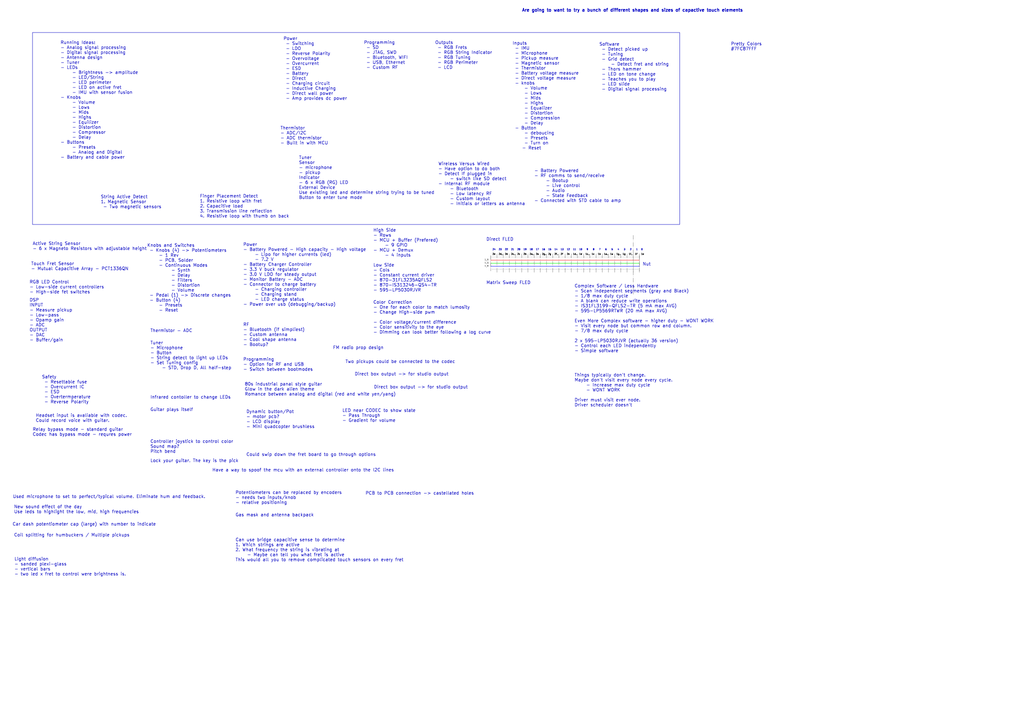
<source format=kicad_sch>
(kicad_sch (version 20230121) (generator eeschema)
  (paper "A3")
  (title_block (date "2023-08-07") (rev "1") (company "Beep Boop"))
  (lib_symbols)
  (polyline (pts (xy 201.295 107.95) (xy 262.255 107.95)) (stroke (width 0) (color 0 255 0 1)))
  (polyline (pts (xy 262.255 104.775) (xy 262.255 111.125)) (stroke (width 0) (type dash_dot) (color 132 132 132 1)))
  (polyline (pts (xy 208.915 104.14) (xy 208.915 111.76)) (stroke (width 0) (type dash_dot) (color 132 132 132 1)))
  (polyline (pts (xy 213.995 104.14) (xy 213.995 111.76)) (stroke (width 0) (type dash_dot) (color 132 132 132 1)))
  (polyline (pts (xy 201.295 110.49) (xy 262.255 110.49)) (stroke (width 0) (type dot) (color 0 0 0 1)))
  (polyline (pts (xy 206.375 104.14) (xy 206.375 111.76)) (stroke (width 0) (type dash_dot) (color 132 132 132 1)))
  (polyline (pts (xy 257.175 104.14) (xy 257.175 111.76)) (stroke (width 0) (type dash_dot) (color 132 132 132 1)))
  (polyline (pts (xy 247.015 104.14) (xy 247.015 111.76)) (stroke (width 0) (type dash_dot) (color 132 132 132 1)))
  (polyline (pts (xy 244.475 104.14) (xy 244.475 111.76)) (stroke (width 0) (type dash_dot) (color 132 132 132 1)))
  (polyline (pts (xy 219.075 104.14) (xy 219.075 111.76)) (stroke (width 0) (type dash_dot) (color 132 132 132 1)))
  (polyline (pts (xy 221.615 104.14) (xy 221.615 111.76)) (stroke (width 0) (type dash_dot) (color 132 132 132 1)))
  (polyline (pts (xy 249.555 104.14) (xy 249.555 111.76)) (stroke (width 0) (type dash_dot) (color 132 132 132 1)))
  (polyline (pts (xy 241.935 104.14) (xy 241.935 111.76)) (stroke (width 0) (type dash_dot) (color 132 132 132 1)))
  (polyline (pts (xy 254.635 104.14) (xy 254.635 111.76)) (stroke (width 0) (type dash_dot) (color 132 132 132 1)))
  (polyline (pts (xy 201.295 105.41) (xy 201.295 110.49)) (stroke (width 0) (type dot) (color 0 0 0 1)))
  (polyline (pts (xy 226.695 104.14) (xy 226.695 111.76)) (stroke (width 0) (type dash_dot) (color 132 132 132 1)))
  (polyline (pts (xy 262.255 105.41) (xy 262.255 110.49)) (stroke (width 0) (type dot) (color 0 0 0 1)))
  (polyline (pts (xy 262.255 104.14) (xy 262.255 111.76)) (stroke (width 0) (type dash_dot) (color 132 132 132 1)))
  (polyline (pts (xy 236.855 104.14) (xy 236.855 111.76)) (stroke (width 0) (type dash_dot) (color 132 132 132 1)))
  (polyline (pts (xy 201.295 105.41) (xy 262.255 105.41)) (stroke (width 0) (type dot) (color 0 0 0 1)))
  (polyline (pts (xy 216.535 104.14) (xy 216.535 111.76)) (stroke (width 0) (type dash_dot) (color 132 132 132 1)))
  (polyline (pts (xy 239.395 104.14) (xy 239.395 111.76)) (stroke (width 0) (type dash_dot) (color 132 132 132 1)))
  (polyline (pts (xy 201.295 106.68) (xy 262.255 106.68)) (stroke (width 0) (color 255 0 0 1)))
  (polyline (pts (xy 211.455 104.14) (xy 211.455 111.76)) (stroke (width 0) (type dash_dot) (color 132 132 132 1)))
  (polyline (pts (xy 252.095 104.14) (xy 252.095 111.76)) (stroke (width 0) (type dash_dot) (color 132 132 132 1)))
  (polyline (pts (xy 229.235 104.14) (xy 229.235 111.76)) (stroke (width 0) (type dash_dot) (color 132 132 132 1)))
  (polyline (pts (xy 224.155 104.14) (xy 224.155 111.76)) (stroke (width 0) (type dash_dot) (color 132 132 132 1)))
  (polyline (pts (xy 201.295 109.22) (xy 262.255 109.22)) (stroke (width 0) (color 0 0 255 1)))
  (polyline (pts (xy 234.315 104.14) (xy 234.315 111.76)) (stroke (width 0) (type dash_dot) (color 132 132 132 1)))
  (polyline (pts (xy 259.715 96.52) (xy 259.715 120.65)) (stroke (width 0) (type dash_dot) (color 132 132 132 1)))
  (polyline (pts (xy 231.775 104.14) (xy 231.775 111.76)) (stroke (width 0) (type dash_dot) (color 132 132 132 1)))
  (polyline (pts (xy 201.295 104.775) (xy 201.295 111.125)) (stroke (width 0) (type dash_dot) (color 132 132 132 1)))
  (polyline (pts (xy 259.715 104.14) (xy 259.715 111.76)) (stroke (width 0) (type dash_dot) (color 132 132 132 1)))
  (polyline (pts (xy 203.835 104.14) (xy 203.835 111.76)) (stroke (width 0) (type dash_dot) (color 132 132 132 1)))
  (rectangle (start 13.335 13.335) (end 278.765 92.075))
  (text "Inputs \n - IMU\n - Microphone\n - Pickup measure\n - Magnetic sensor\n - Thermistor\n - Battery voltage measure\n - Direct voltage measure\n - knobs\n	- Volume\n	- Lows\n	- Mids\n	- Highs\n	- Equalizer\n	- Distortion\n	- Compression\n	- Delay\n - Button\n	- deboucing\n	- Presets\n	- Turn on\n    - Reset\n" (at 210.185 61.595 0) (effects (font (size 1.27 1.27)) (justify left bottom)))
  (text "80s industrial panal style guitar\nGlow in the dark alien theme\nRomance between analog and digital (red and white yen/yang)" (at 100.33 162.56 0) (effects (font (size 1.27 1.27)) (justify left bottom)))
  (text "Lock your guitar. The key is the pick" (at 61.595 189.865 0) (effects (font (size 1.27 1.27)) (justify left bottom)))
  (text "1_B" (at 198.755 109.855 0) (effects (font (size 0.635 0.635)) (justify left bottom)))
  (text "RF\n- Bluetooth (if simpliest)\n- Custom antenna\n- Cool shape antenna\n- Bootup?" (at 99.695 142.24 0) (effects (font (size 1.27 1.27)) (justify left bottom)))
  (text "Interactivehtmlbom plugin kicad" (at 213.995 -16.51 0) (effects (font (size 1.27 1.27)) (justify left bottom)))
  (text "Guitar plays itself" (at 61.595 168.91 0) (effects (font (size 1.27 1.27)) (justify left bottom)))
  (text "Wireless Versus Wired\n- Have option to do both\n- Detect If plugged in\n	- switch like SD detect\n- Internal RF module\n	- Bluetooth\n	- Low latency RF\n	- Custom layout\n	- Initials or letters as antenna" (at 179.705 84.455 0) (effects (font (size 1.27 1.27)) (justify left bottom)))
  (text "Controller joystick to control color\nSound map?\nPitch bend" (at 61.595 186.055 0) (effects (font (size 1.27 1.27)) (justify left bottom)))
  (text "Software\n - Detect picked up\n - Tuning\n - Grid detect\n	- Detect fret and string\n - Thors hammer\n - LED on tone change\n - Teaches you to play\n - LED slide\n - Digital signal processing" (at 245.745 37.465 0) (effects (font (size 1.27 1.27)) (justify left bottom)))
  (text "Touch Fret Sensor\n- Mutual Capacitive Array - PCT1336QN" (at 12.7 111.125 0) (effects (font (size 1.27 1.27)) (justify left bottom)))
  (text " 7" (at 245.11 102.87 0) (effects (font (size 0.635 0.635)) (justify left bottom)))
  (text "2f_" (at 227.33 104.775 0) (effects (font (size 0.635 0.635)) (justify left bottom)))
  (text "16" (at 222.25 102.87 0) (effects (font (size 0.635 0.635)) (justify left bottom)))
  (text " 1" (at 260.35 102.87 0) (effects (font (size 0.635 0.635)) (justify left bottom)))
  (text "Safety\n - Resettable fuse\n - Overcurrent IC\n - ESD\n - Overtermperature\n - Reverse Polarity" (at 17.145 165.735 0) (effects (font (size 1.27 1.27)) (justify left bottom)))
  (text "2d" (at 207.01 104.775 0) (effects (font (size 0.635 0.635)) (justify left bottom)))
  (text "2d_" (at 204.47 104.775 0) (effects (font (size 0.635 0.635)) (justify left bottom)))
  (text "Active String Sensor\n- 6 x Magneto Resistors with adjustable height" (at 13.335 102.87 0) (effects (font (size 1.27 1.27)) (justify left bottom)))
  (text "1a" (at 250.19 104.775 0) (effects (font (size 0.635 0.635)) (justify left bottom)))
  (text "1g_" (at 252.73 104.775 0) (effects (font (size 0.635 0.635)) (justify left bottom)))
  (text "Dynamic button/Pot\n- motor pcb?\n- LCD display\n- Mini quadcopter brushless\n" (at 100.965 175.895 0) (effects (font (size 1.27 1.27)) (justify left bottom)))
  (text " 9" (at 240.03 102.87 0) (effects (font (size 0.635 0.635)) (justify left bottom)))
  (text "1f_" (at 257.81 104.775 0) (effects (font (size 0.635 0.635)) (justify left bottom)))
  (text "Pretty Colors\n#7FC87FFF" (at 299.72 20.955 0) (effects (font (size 1.27 1.27)) (justify left bottom)))
  (text "Direct box output -> for studio output" (at 153.289 159.639 0) (effects (font (size 1.27 1.27)) (justify left bottom)))
  (text "RGB LED Control\n- Low-side current controllers\n- High-side fet switches" (at 12.065 120.65 0) (effects (font (size 1.27 1.27)) (justify left bottom)))
  (text "1e" (at 262.89 104.775 0) (effects (font (size 0.635 0.635)) (justify left bottom)))
  (text "Coil splitting for humbuckers / Multiple pickups" (at 5.715 220.345 0) (effects (font (size 1.27 1.27)) (justify left bottom)))
  (text " 5" (at 250.19 102.87 0) (effects (font (size 0.635 0.635)) (justify left bottom)))
  (text "Programming\n- Option for RF and USB\n- Switch between bootmodes" (at 99.695 152.4 0) (effects (font (size 1.27 1.27)) (justify left bottom)))
  (text "Consider alternative method to power board" (at 213.995 -2.54 0) (effects (font (size 1.27 1.27)) (justify left bottom)))
  (text "1c" (at 242.57 104.775 0) (effects (font (size 0.635 0.635)) (justify left bottom)))
  (text "Thermistor \n- ADC/I2C\n- ADC thermistor\n- Built in with MCU\n\n" (at 114.935 61.595 0) (effects (font (size 1.27 1.27)) (justify left bottom)))
  (text "1_G" (at 198.755 108.585 0) (effects (font (size 0.635 0.635)) (justify left bottom)))
  (text "2b" (at 214.63 104.775 0) (effects (font (size 0.635 0.635)) (justify left bottom)))
  (text "2g_" (at 222.25 104.775 0) (effects (font (size 0.635 0.635)) (justify left bottom)))
  (text " 8" (at 242.57 102.87 0) (effects (font (size 0.635 0.635)) (justify left bottom)))
  (text "18" (at 217.17 102.87 0) (effects (font (size 0.635 0.635)) (justify left bottom)))
  (text "Are going to want to try a bunch of different shapes and sizes of capactive touch elements" (at 213.995 5.08 0) (effects (font (size 1.27 1.27) (thickness 0.254) bold) (justify left bottom)))
  (text "Color Correction\n- One for each color to match lumosity\n- Change High-side pwm\n\n- Color voltage/current difference\n- Color sensitivity to the eye\n- Dimming can look better following a log curve" (at 153.035 137.16 0) (effects (font (size 1.27 1.27)) (justify left bottom)))
  (text "Nut" (at 263.525 109.22 0) (effects (font (size 1.27 1.27)) (justify left bottom)))
  (text "Power\n- Battery Powered - High capacity - High voltage\n	- Lipo for higher currents (led)\n	- 7.2 V \n- Battery Charger Controller\n- 3.3 V buck regulator\n- 3.0 V LDO for steady output\n- Monitor Battery - ADC\n- Connector to charge battery\n	- Charging controller\n	- Charging stand\n	- LED charge status\n- Power over usb (debugging/backup)\n" (at 99.695 125.73 0) (effects (font (size 1.27 1.27)) (justify left bottom)))
  (text "Thermistor - ADC\n" (at 61.595 136.525 0) (effects (font (size 1.27 1.27)) (justify left bottom)))
  (text "21" (at 209.55 102.87 0) (effects (font (size 0.635 0.635)) (justify left bottom)))
  (text "Used microphone to set to perfect/typical volume. Eliminate hum and feedback.\n" (at 5.207 204.597 0) (effects (font (size 1.27 1.27)) (justify left bottom)))
  (text "1d" (at 237.49 104.775 0) (effects (font (size 0.635 0.635)) (justify left bottom)))
  (text "Two pickups could be connected to the codec\n" (at 141.605 149.225 0) (effects (font (size 1.27 1.27)) (justify left bottom)))
  (text "LED near CODEC to show state\n- Pass Through\n- Gradient for volume\n" (at 140.335 173.355 0) (effects (font (size 1.27 1.27)) (justify left bottom)))
  (text "Have a way to spoof the mcu with an external controller onto the I2C lines\n" (at 86.995 193.675 0) (effects (font (size 1.27 1.27)) (justify left bottom)))
  (text "High Side\n- Rows\n- MCU + Buffer (Prefered)\n	- 9 GPIO\n- MCU + Demux\n	- 4 inputs\n\nLow Side\n- Cols\n- Constant current driver\n- 870-31FL3235AQFLS2\n- 870-IS313246-QS4-TR\n- 595-LP5030RJVR\n\n" (at 153.035 121.92 0) (effects (font (size 1.27 1.27)) (justify left bottom)))
  (text "Matrix Sweep FLED" (at 199.39 116.84 0) (effects (font (size 1.27 1.27)) (justify left bottom)))
  (text "New sound effect of the day\nUse leds to highlight the low, mid, high frequencies" (at 5.715 210.82 0) (effects (font (size 1.27 1.27)) (justify left bottom)))
  (text "0" (at 262.89 102.87 0) (effects (font (size 0.635 0.635)) (justify left bottom)))
  (text "Direct FLED" (at 199.39 99.06 0) (effects (font (size 1.27 1.27)) (justify left bottom)))
  (text "Relay bypass mode - standard guitar\nCodec has bypass mode - requres power" (at 13.335 179.07 0) (effects (font (size 1.27 1.27)) (justify left bottom)))
  (text "17" (at 219.71 102.87 0) (effects (font (size 0.635 0.635)) (justify left bottom)))
  (text "Can use bridge capacitive sense to determine\n1. Which strings are active\n2. What frequency the string is vibrating at\n	- Maybe can tell you what fret is active\nThis would all you to remove complicated touch sensors on every fret" (at 96.52 230.505 0) (effects (font (size 1.27 1.27)) (justify left bottom)))
  (text "Running Ideas:\n- Analog signal processing\n- Digital signal processing\n- Antenna design\n- Tuner\n- LEDs\n	- Brightness -> amplitude\n	- LED/String\n	- LED perimeter\n	- LED on active fret\n	- IMU with sensor fusion\n- Knobs\n	- Volume\n	- Lows\n	- Mids\n	- Highs\n	- Equilizer\n	- Distortion\n	- Compressor\n	- Delay\n- Buttons\n	- Presets\n	- Analog and Digital\n- Battery and cable power\n" (at 24.765 65.405 0) (effects (font (size 1.27 1.27)) (justify left bottom)))
  (text " 3" (at 255.27 102.87 0) (effects (font (size 0.635 0.635)) (justify left bottom)))
  (text "2a_" (at 217.17 104.775 0) (effects (font (size 0.635 0.635)) (justify left bottom)))
  (text "19" (at 214.63 102.87 0) (effects (font (size 0.635 0.635)) (justify left bottom)))
  (text "Tuner\n- Microphone\n- Button\n- String detect to light up LEDs\n- Set Tuning config\n	- STD, Drop D, All half-step" (at 61.595 151.765 0) (effects (font (size 1.27 1.27)) (justify left bottom)))
  (text "String Active Detect\n1. Magnetic Sensor\n - Two magnetic sensors" (at 41.275 85.725 0) (effects (font (size 1.27 1.27)) (justify left bottom)))
  (text "2f" (at 229.87 104.775 0) (effects (font (size 0.635 0.635)) (justify left bottom)))
  (text "14" (at 227.33 102.87 0) (effects (font (size 0.635 0.635)) (justify left bottom)))
  (text "Complex Software / Less Hardware\n- Scan independent segments (gray and Black)\n- 1/8 max duty cycle\n- A blank can reduce write operations\n- IS31FL3199-QFLS2-TR (5 mA max AVG)\n- 595-LP5569RTWR (20 mA max AVG)\n\nEven More Complex software - higher duty - WONT WORK\n- Visit every node but common row and column.\n- 7/8 max duty cycle\n\n2 x 595-LP5030RJVR (actually 36 version)\n- Control each LED independently\n- Simple software\n" (at 235.585 144.78 0) (effects (font (size 1.27 1.27)) (justify left bottom)))
  (text "Checklist\n - Title block\n - Page Numbers\n - Netnames\n - Power Symbols\n - Resistor Values\n - Cap values\n - Inductor values\n - Pin purpose declared\n - Labels\n - DNU\n - Zero ohms\n - Cut and Jump - cheaper -> less assembly\n - Parallel Caps / Resistors\n - Test points\n - Unique I2C Addresses - make table\n - Designator Standard:\n		https://en.wikipedia.org/wiki/Reference_designator" (at 64.77 -13.335 0) (effects (font (size 2.54 2.54)) (justify left bottom)))
  (text "1f" (at 260.35 104.775 0) (effects (font (size 0.635 0.635)) (justify left bottom)))
  (text "2c" (at 212.09 104.775 0) (effects (font (size 0.635 0.635)) (justify left bottom)))
  (text "1a_" (at 247.65 104.775 0) (effects (font (size 0.635 0.635)) (justify left bottom)))
  (text "2a" (at 219.71 104.775 0) (effects (font (size 0.635 0.635)) (justify left bottom)))
  (text "23" (at 204.47 102.87 0) (effects (font (size 0.635 0.635)) (justify left bottom)))
  (text "Light diffusion\n- sanded plexi-glass\n- vertical bars\n- two led x fret to control were brightness is.\n" (at 5.842 236.347 0) (effects (font (size 1.27 1.27)) (justify left bottom)))
  (text "1c_" (at 240.03 104.775 0) (effects (font (size 0.635 0.635)) (justify left bottom)))
  (text "Could swip down the fret board to go through options\n" (at 100.965 187.325 0) (effects (font (size 1.27 1.27)) (justify left bottom)))
  (text "Infrared contoller to change LEDs" (at 61.595 163.83 0) (effects (font (size 1.27 1.27)) (justify left bottom)))
  (text "2g" (at 224.79 104.775 0) (effects (font (size 0.635 0.635)) (justify left bottom)))
  (text "Tuner\nSensor\n- microphone\n- pickup\nIndicator\n- 6 x RGB (RG) LED \nExternal Device\nUse existing led and determine string trying to be tuned\nButton to enter tune mode\n" (at 122.555 81.915 0) (effects (font (size 1.27 1.27)) (justify left bottom)))
  (text "Things typically don't change. \nMaybe don't visit every node every cycle.\n	- Increase max duty cycle\n	- WONT WORK\n\nDriver must visit ever node.\nDriver scheduler doesn't" (at 235.585 167.005 0) (effects (font (size 1.27 1.27)) (justify left bottom)))
  (text "12" (at 232.41 102.87 0) (effects (font (size 0.635 0.635)) (justify left bottom)))
  (text "20" (at 212.09 102.87 0) (effects (font (size 0.635 0.635)) (justify left bottom)))
  (text "2c_" (at 209.55 104.775 0) (effects (font (size 0.635 0.635)) (justify left bottom)))
  (text "11" (at 234.95 102.87 0) (effects (font (size 0.635 0.635)) (justify left bottom)))
  (text "Programming\n - SD\n - JTAG, SWD\n - Bluetooth, WIFI\n - USB, Ethernet\n - Custom RF" (at 149.225 28.575 0) (effects (font (size 1.27 1.27)) (justify left bottom)))
  (text "1g" (at 255.27 104.775 0) (effects (font (size 0.635 0.635)) (justify left bottom)))
  (text "24" (at 201.93 102.87 0) (effects (font (size 0.635 0.635)) (justify left bottom)))
  (text "2e" (at 201.93 104.775 0) (effects (font (size 0.635 0.635)) (justify left bottom)))
  (text "Potentiometers can be replaced by encoders\n- needs two inputs/knob\n- relative positioning\n" (at 96.52 207.01 0) (effects (font (size 1.27 1.27)) (justify left bottom)))
  (text "1_R" (at 198.755 107.315 0) (effects (font (size 0.635 0.635)) (justify left bottom)))
  (text "Power\n - Switching\n - LDO\n - Reverse Polarity\n - Overvoltage\n - Overcurrent\n - ESD\n - Battery\n - Direct\n - Charging circuit\n - Inductive Charging\n - Direct wall power\n - Amp provides dc power" (at 116.205 41.275 0) (effects (font (size 1.27 1.27)) (justify left bottom)))
  (text "1b" (at 245.11 104.775 0) (effects (font (size 0.635 0.635)) (justify left bottom)))
  (text "Headset input is avaliable with codec.\nCould record voice with guitar." (at 14.605 173.355 0) (effects (font (size 1.27 1.27)) (justify left bottom)))
  (text "FM radio prop design\n" (at 136.525 143.51 0) (effects (font (size 1.27 1.27)) (justify left bottom)))
  (text "Car dash potentiometer cap (large) with number to indicate" (at 5.08 215.9 0) (effects (font (size 1.27 1.27)) (justify left bottom)))
  (text "10" (at 237.49 102.87 0) (effects (font (size 0.635 0.635)) (justify left bottom)))
  (text "Finger Placement Detect\n1. Resistive loop with fret\n2. Capacitive load\n3. Transmission line reflection\n4. Resistive loop with thumb on back" (at 81.915 89.535 0) (effects (font (size 1.27 1.27)) (justify left bottom)))
  (text "22" (at 207.01 102.87 0) (effects (font (size 0.635 0.635)) (justify left bottom)))
  (text " 4" (at 252.73 102.87 0) (effects (font (size 0.635 0.635)) (justify left bottom)))
  (text "2e" (at 232.41 104.775 0) (effects (font (size 0.635 0.635)) (justify left bottom)))
  (text "15" (at 224.79 102.87 0) (effects (font (size 0.635 0.635)) (justify left bottom)))
  (text "DSP\nINPUT\n- Measure pickup\n- Low-pass\n- Opamp gain\n- ADC\nOUTPUT\n- DAC\n- Buffer/gain" (at 12.065 140.335 0) (effects (font (size 1.27 1.27)) (justify left bottom)))
  (text " 6" (at 247.65 102.87 0) (effects (font (size 0.635 0.635)) (justify left bottom)))
  (text "1d_" (at 234.95 104.775 0) (effects (font (size 0.635 0.635)) (justify left bottom)))
  (text "13" (at 229.87 102.87 0) (effects (font (size 0.635 0.635)) (justify left bottom)))
  (text "Knobs and Switches\n - Knobs (4) -> Potentiometers\n	- 1 Rev\n	- PCB, Solder\n	- Continuous Modes\n		- Synth\n		- Delay\n		- Filters\n		- Distortion\n		- Volume\n - Pedal (1) -> Discrete changes\n - Button (4)\n	- Presets\n	- Reset\n\n" (at 60.325 130.175 0) (effects (font (size 1.27 1.27)) (justify left bottom)))
  (text "- Battery Powered\n- RF comms to send/receive\n	- Bootup\n	- Live control\n	- Audio\n	- State Feedback\n- Connected with STD cable to amp" (at 219.075 83.185 0) (effects (font (size 1.27 1.27)) (justify left bottom)))
  (text "PCB to PCB connection -> castellated holes" (at 149.86 203.2 0) (effects (font (size 1.27 1.27)) (justify left bottom)))
  (text "Direct box output -> for studio output" (at 145.415 154.305 0) (effects (font (size 1.27 1.27)) (justify left bottom)))
  (text "Gas mask and antenna backpack" (at 96.52 212.09 0) (effects (font (size 1.27 1.27)) (justify left bottom)))
  (text " 2" (at 257.81 102.87 0) (effects (font (size 0.635 0.635)) (justify left bottom)))
  (text "Outputs\n - RGB Frets\n - RGB String Indicator\n - RGB Tuning\n - RGB Perimeter\n - LCD" (at 178.435 28.575 0) (effects (font (size 1.27 1.27)) (justify left bottom)))
)
</source>
